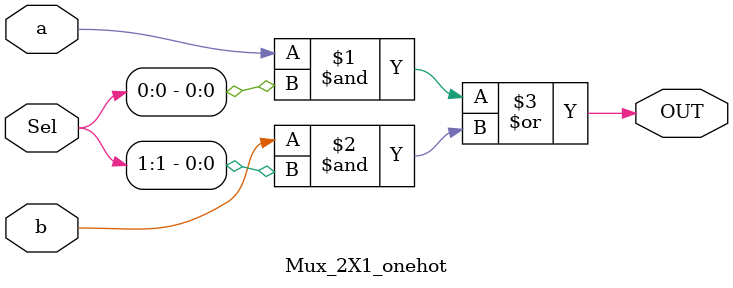
<source format=sv>
module Mux_16X1_onehot(
		input  logic [15:0] Sel,
		input  logic In0, In1, In2, In3, In4, In5, In6, In7, In8,
		input  logic In9, In10, In11, In12, In13, In14, In15,
		output logic Output
);
wire logic [1:0] MUX_OUT;
assign Output = MUX_OUT[0] | MUX_OUT[1];

Mux_8X1_onehot		 MUX_1(.Sel(Sel[7:0]), .Output(MUX_OUT[0]),
								 .In0(In0),  .In1(In1),  .In2(In2),  .In3(In3), 
								 .In4(In4),  .In5(In5),  .In6(In6),  .In7(In7)   );  

Mux_8X1_onehot		 MUX_2(.Sel(Sel[15:8]), .Output(MUX_OUT[1]),
								 .In0(In8),   .In1(In9),   .In2(In10),  .In3(In11), 
								 .In4(In12),  .In5(In13),  .In6(In14),  .In7(In15)   ); 

endmodule 






 
module Mux_8X1_onehot(
	 input  logic [7:0] Sel,
	 input  logic In0, In1, In2, In3, In4, In5, In6, In7,
	 output logic Output
);
wire logic [3:0]Mux_out;
assign Output = Mux_out[0] | Mux_out[1] | Mux_out[2] | Mux_out[3];

Mux_2X1_onehot		Mux_1(.Sel(Sel[1:0]), .a(In0), .b(In1), .OUT(Mux_out[0]));
Mux_2X1_onehot		Mux_2(.Sel(Sel[3:2]), .a(In2), .b(In3), .OUT(Mux_out[1]));
Mux_2X1_onehot		Mux_3(.Sel(Sel[5:4]), .a(In4), .b(In5), .OUT(Mux_out[2]));
Mux_2X1_onehot		Mux_4(.Sel(Sel[7:6]), .a(In6), .b(In7), .OUT(Mux_out[3]));

endmodule



module Mux_2X1_onehot (
	 input  logic a, b,
    input  logic [1:0] Sel,
	 output logic OUT
);

assign OUT = (a & Sel[0]) | (b & Sel[1]);
endmodule





























/*
module Mux_16X1(
		input  logic [3:0] Sel,
		input  logic In0, In1, In2, In3, In4, In5, In6, In7, In8,
		input  logic In9, In10, In11, In12, In13, In14, In15,
		output logic Output
);
wire logic Layer_1, Layer_2;

Mux_8X1		Top   (.Sel(Sel[2:0]), Output(Layer_1),
						 .In0(In0),  .In1(In1),  .In2(In2),  .In3(In3), 
						 .In4(In4),  .In5(In5),  .In6(In6),  .In7(In7)   );  

Mux_8X1		Bottom(.Sel(Sel[2:0]), Output(Layer_2),
					    .In0(In8),   .In1(In9),   .In2(In10),  .In3(In11), 
						 .In4(In12),  .In5(In13),  .In6(In14),  .In7(In15)   );   						


Mux_2X1		Top_or_Bot (.Sel(Sel[3]), .a(Layer_1), .b(Layer_2), .OUT(Output) );
endmodule						 
						*/



</source>
